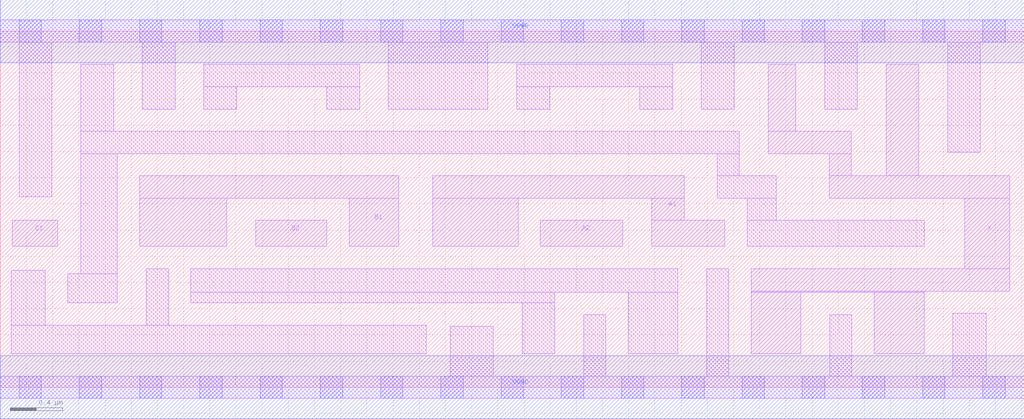
<source format=lef>
# Copyright 2020 The SkyWater PDK Authors
#
# Licensed under the Apache License, Version 2.0 (the "License");
# you may not use this file except in compliance with the License.
# You may obtain a copy of the License at
#
#     https://www.apache.org/licenses/LICENSE-2.0
#
# Unless required by applicable law or agreed to in writing, software
# distributed under the License is distributed on an "AS IS" BASIS,
# WITHOUT WARRANTIES OR CONDITIONS OF ANY KIND, either express or implied.
# See the License for the specific language governing permissions and
# limitations under the License.
#
# SPDX-License-Identifier: Apache-2.0

VERSION 5.7 ;
  NAMESCASESENSITIVE ON ;
  NOWIREEXTENSIONATPIN ON ;
  DIVIDERCHAR "/" ;
  BUSBITCHARS "[]" ;
UNITS
  DATABASE MICRONS 200 ;
END UNITS
PROPERTYDEFINITIONS
  MACRO maskLayoutSubType STRING ;
  MACRO prCellType STRING ;
  MACRO originalViewName STRING ;
END PROPERTYDEFINITIONS
MACRO sky130_fd_sc_hdll__o221a_4
  CLASS CORE ;
  FOREIGN sky130_fd_sc_hdll__o221a_4 ;
  ORIGIN  0.000000  0.000000 ;
  SIZE  7.820000 BY  2.720000 ;
  SYMMETRY X Y R90 ;
  SITE unithd ;
  PIN A1
    ANTENNAGATEAREA  0.555000 ;
    DIRECTION INPUT ;
    USE SIGNAL ;
    PORT
      LAYER li1 ;
        RECT 3.305000 1.075000 3.955000 1.445000 ;
        RECT 3.305000 1.445000 5.225000 1.615000 ;
        RECT 4.975000 1.075000 5.535000 1.275000 ;
        RECT 4.975000 1.275000 5.225000 1.445000 ;
    END
  END A1
  PIN A2
    ANTENNAGATEAREA  0.555000 ;
    DIRECTION INPUT ;
    USE SIGNAL ;
    PORT
      LAYER li1 ;
        RECT 4.125000 1.075000 4.755000 1.275000 ;
    END
  END A2
  PIN B1
    ANTENNAGATEAREA  0.555000 ;
    DIRECTION INPUT ;
    USE SIGNAL ;
    PORT
      LAYER li1 ;
        RECT 1.065000 1.075000 1.730000 1.445000 ;
        RECT 1.065000 1.445000 3.045000 1.615000 ;
        RECT 2.665000 1.075000 3.045000 1.445000 ;
    END
  END B1
  PIN B2
    ANTENNAGATEAREA  0.555000 ;
    DIRECTION INPUT ;
    USE SIGNAL ;
    PORT
      LAYER li1 ;
        RECT 1.950000 1.075000 2.495000 1.275000 ;
    END
  END B2
  PIN C1
    ANTENNAGATEAREA  0.555000 ;
    DIRECTION INPUT ;
    USE SIGNAL ;
    PORT
      LAYER li1 ;
        RECT 0.090000 1.075000 0.440000 1.275000 ;
    END
  END C1
  PIN X
    ANTENNADIFFAREA  1.028500 ;
    DIRECTION OUTPUT ;
    USE SIGNAL ;
    PORT
      LAYER li1 ;
        RECT 5.735000 0.255000 6.115000 0.725000 ;
        RECT 5.735000 0.725000 7.055000 0.735000 ;
        RECT 5.735000 0.735000 7.710000 0.905000 ;
        RECT 5.865000 1.785000 6.500000 1.955000 ;
        RECT 5.865000 1.955000 6.075000 2.465000 ;
        RECT 6.330000 1.445000 7.710000 1.615000 ;
        RECT 6.330000 1.615000 6.500000 1.785000 ;
        RECT 6.675000 0.255000 7.055000 0.725000 ;
        RECT 6.765000 1.615000 7.015000 2.465000 ;
        RECT 7.365000 0.905000 7.710000 1.445000 ;
    END
  END X
  PIN VGND
    DIRECTION INOUT ;
    USE GROUND ;
    PORT
      LAYER met1 ;
        RECT 0.000000 -0.240000 7.820000 0.240000 ;
    END
  END VGND
  PIN VPWR
    DIRECTION INOUT ;
    USE POWER ;
    PORT
      LAYER met1 ;
        RECT 0.000000 2.480000 7.820000 2.960000 ;
    END
  END VPWR
  OBS
    LAYER li1 ;
      RECT 0.000000 -0.085000 7.820000 0.085000 ;
      RECT 0.000000  2.635000 7.820000 2.805000 ;
      RECT 0.085000  0.255000 3.255000 0.475000 ;
      RECT 0.085000  0.475000 0.345000 0.895000 ;
      RECT 0.145000  1.455000 0.395000 2.635000 ;
      RECT 0.515000  0.645000 0.895000 0.865000 ;
      RECT 0.615000  0.865000 0.895000 1.785000 ;
      RECT 0.615000  1.785000 5.645000 1.955000 ;
      RECT 0.615000  1.955000 0.865000 2.465000 ;
      RECT 1.085000  2.125000 1.335000 2.635000 ;
      RECT 1.115000  0.475000 1.285000 0.905000 ;
      RECT 1.455000  0.645000 4.235000 0.725000 ;
      RECT 1.455000  0.725000 5.175000 0.905000 ;
      RECT 1.555000  2.125000 1.805000 2.295000 ;
      RECT 1.555000  2.295000 2.745000 2.465000 ;
      RECT 2.495000  2.125000 2.745000 2.295000 ;
      RECT 2.965000  2.125000 3.725000 2.635000 ;
      RECT 3.435000  0.085000 3.765000 0.465000 ;
      RECT 3.945000  2.125000 4.195000 2.295000 ;
      RECT 3.945000  2.295000 5.135000 2.465000 ;
      RECT 3.985000  0.255000 4.235000 0.645000 ;
      RECT 4.455000  0.085000 4.625000 0.555000 ;
      RECT 4.795000  0.255000 5.175000 0.725000 ;
      RECT 4.885000  2.125000 5.135000 2.295000 ;
      RECT 5.355000  2.125000 5.605000 2.635000 ;
      RECT 5.395000  0.085000 5.565000 0.905000 ;
      RECT 5.475000  1.445000 5.925000 1.615000 ;
      RECT 5.475000  1.615000 5.645000 1.785000 ;
      RECT 5.705000  1.075000 7.055000 1.275000 ;
      RECT 5.705000  1.275000 5.925000 1.445000 ;
      RECT 6.295000  2.125000 6.545000 2.635000 ;
      RECT 6.335000  0.085000 6.505000 0.555000 ;
      RECT 7.235000  1.795000 7.485000 2.635000 ;
      RECT 7.275000  0.085000 7.530000 0.565000 ;
    LAYER mcon ;
      RECT 0.145000 -0.085000 0.315000 0.085000 ;
      RECT 0.145000  2.635000 0.315000 2.805000 ;
      RECT 0.605000 -0.085000 0.775000 0.085000 ;
      RECT 0.605000  2.635000 0.775000 2.805000 ;
      RECT 1.065000 -0.085000 1.235000 0.085000 ;
      RECT 1.065000  2.635000 1.235000 2.805000 ;
      RECT 1.525000 -0.085000 1.695000 0.085000 ;
      RECT 1.525000  2.635000 1.695000 2.805000 ;
      RECT 1.985000 -0.085000 2.155000 0.085000 ;
      RECT 1.985000  2.635000 2.155000 2.805000 ;
      RECT 2.445000 -0.085000 2.615000 0.085000 ;
      RECT 2.445000  2.635000 2.615000 2.805000 ;
      RECT 2.905000 -0.085000 3.075000 0.085000 ;
      RECT 2.905000  2.635000 3.075000 2.805000 ;
      RECT 3.365000 -0.085000 3.535000 0.085000 ;
      RECT 3.365000  2.635000 3.535000 2.805000 ;
      RECT 3.825000 -0.085000 3.995000 0.085000 ;
      RECT 3.825000  2.635000 3.995000 2.805000 ;
      RECT 4.285000 -0.085000 4.455000 0.085000 ;
      RECT 4.285000  2.635000 4.455000 2.805000 ;
      RECT 4.745000 -0.085000 4.915000 0.085000 ;
      RECT 4.745000  2.635000 4.915000 2.805000 ;
      RECT 5.205000 -0.085000 5.375000 0.085000 ;
      RECT 5.205000  2.635000 5.375000 2.805000 ;
      RECT 5.665000 -0.085000 5.835000 0.085000 ;
      RECT 5.665000  2.635000 5.835000 2.805000 ;
      RECT 6.125000 -0.085000 6.295000 0.085000 ;
      RECT 6.125000  2.635000 6.295000 2.805000 ;
      RECT 6.585000 -0.085000 6.755000 0.085000 ;
      RECT 6.585000  2.635000 6.755000 2.805000 ;
      RECT 7.045000 -0.085000 7.215000 0.085000 ;
      RECT 7.045000  2.635000 7.215000 2.805000 ;
      RECT 7.505000 -0.085000 7.675000 0.085000 ;
      RECT 7.505000  2.635000 7.675000 2.805000 ;
  END
  PROPERTY maskLayoutSubType "abstract" ;
  PROPERTY prCellType "standard" ;
  PROPERTY originalViewName "layout" ;
END sky130_fd_sc_hdll__o221a_4
END LIBRARY

</source>
